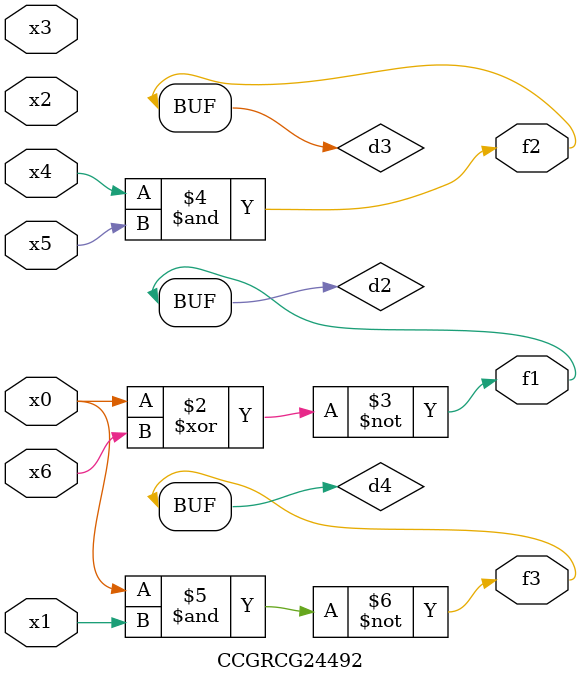
<source format=v>
module CCGRCG24492(
	input x0, x1, x2, x3, x4, x5, x6,
	output f1, f2, f3
);

	wire d1, d2, d3, d4;

	nor (d1, x0);
	xnor (d2, x0, x6);
	and (d3, x4, x5);
	nand (d4, x0, x1);
	assign f1 = d2;
	assign f2 = d3;
	assign f3 = d4;
endmodule

</source>
